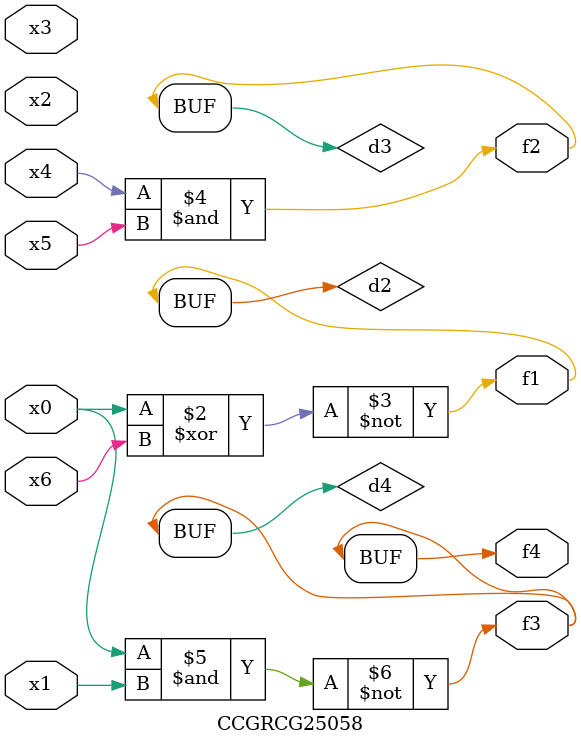
<source format=v>
module CCGRCG25058(
	input x0, x1, x2, x3, x4, x5, x6,
	output f1, f2, f3, f4
);

	wire d1, d2, d3, d4;

	nor (d1, x0);
	xnor (d2, x0, x6);
	and (d3, x4, x5);
	nand (d4, x0, x1);
	assign f1 = d2;
	assign f2 = d3;
	assign f3 = d4;
	assign f4 = d4;
endmodule

</source>
